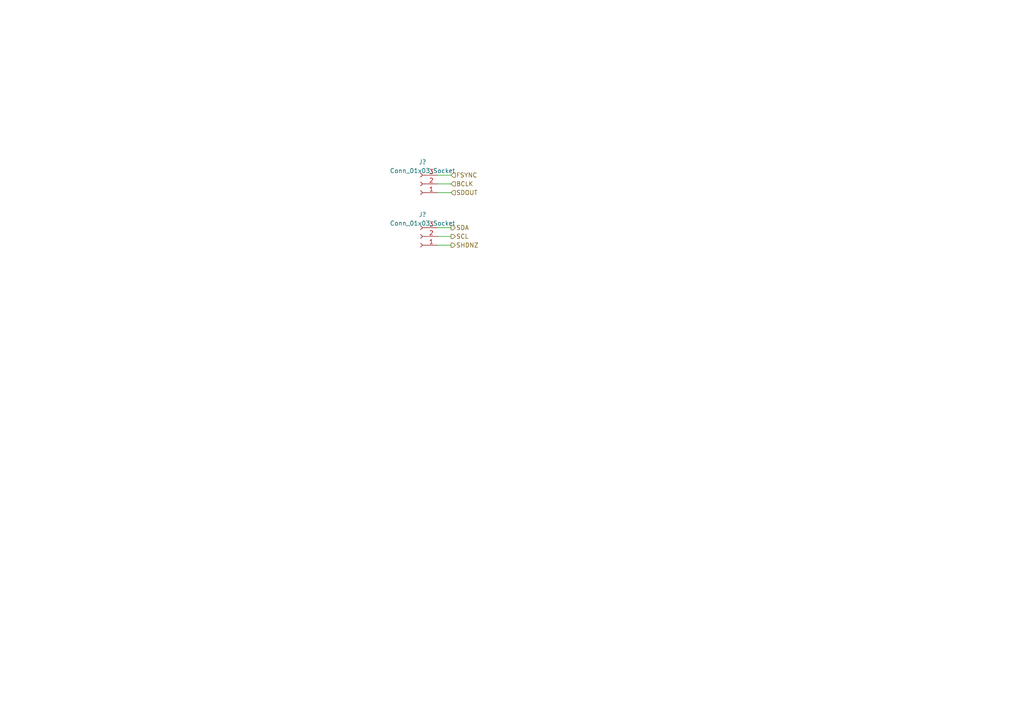
<source format=kicad_sch>
(kicad_sch (version 20230121) (generator eeschema)
  (paper "A4")
  (lib_symbols
    (symbol "Connector:Conn_01x03_Socket" (pin_names (offset 1.016) hide)
      (property "Reference" "J" (at 0 5.08 0))
      (property "Value" "Conn_01x03_Socket" (at 0 -5.08 0))
      (symbol "Conn_01x03_Socket_1_1"
        (arc (start 0 -2.032) (mid -0.5058 -2.54) (end 0 -3.048) (stroke (width 0.1524)))
        (polyline (pts (xy -1.27 -2.54) (xy -0.508 -2.54)) (stroke (width 0.1524)))
        (polyline (pts (xy -1.27 0) (xy -0.508 0)) (stroke (width 0.1524)))
        (polyline (pts (xy -1.27 2.54) (xy -0.508 2.54)) (stroke (width 0.1524)))
        (arc (start 0 0.508) (mid -0.5058 0) (end 0 -0.508) (stroke (width 0.1524)))
        (arc (start 0 3.048) (mid -0.5058 2.54) (end 0 2.032) (stroke (width 0.1524)))
        (pin passive line (at -5.08 2.54 0) (length 3.81) (name "Pin_1") (number "1"))
        (pin passive line (at -5.08 0 0) (length 3.81) (name "Pin_2") (number "2"))
        (pin passive line (at -5.08 -2.54 0) (length 3.81) (name "Pin_3") (number "3"))
      )
    )
  )
  (wire (pts (xy 127 55.88) (xy 130.81 55.88)))
  (wire (pts (xy 127 66.04) (xy 130.81 66.04)))
  (wire (pts (xy 127 68.58) (xy 130.81 68.58)))
  (wire (pts (xy 127 50.8) (xy 130.81 50.8)))
  (wire (pts (xy 127 53.34) (xy 130.81 53.34)))
  (wire (pts (xy 127 71.12) (xy 130.81 71.12)))
  (hierarchical_label "FSYNC" (shape input) (at 130.81 50.8 0))
  (hierarchical_label "SDOUT" (shape input) (at 130.81 55.88 0))
  (hierarchical_label "SCL" (shape output) (at 130.81 68.58 0))
  (hierarchical_label "SDA" (shape output) (at 130.81 66.04 0))
  (hierarchical_label "BCLK" (shape input) (at 130.81 53.34 0))
  (hierarchical_label "SHDNZ" (shape output) (at 130.81 71.12 0))
  (symbol (lib_id "Connector:Conn_01x03_Socket") (at 121.92 68.58 180) (unit 1)
    (property "Reference" "J?" (at 122.555 62.23 0))
    (property "Value" "Conn_01x03_Socket" (at 122.555 64.77 0))
    (instances (project "hydrophone board" (path "" (reference "J?") (unit 1)) (path "" (reference "J502") (unit 1))))
  )
  (symbol (lib_id "Connector:Conn_01x03_Socket") (at 121.92 53.34 180) (unit 1)
    (property "Reference" "J?" (at 122.555 46.99 0))
    (property "Value" "Conn_01x03_Socket" (at 122.555 49.53 0))
    (instances (project "hydrophone board" (path "" (reference "J?") (unit 1)) (path "" (reference "J501") (unit 1))))
  )
)
</source>
